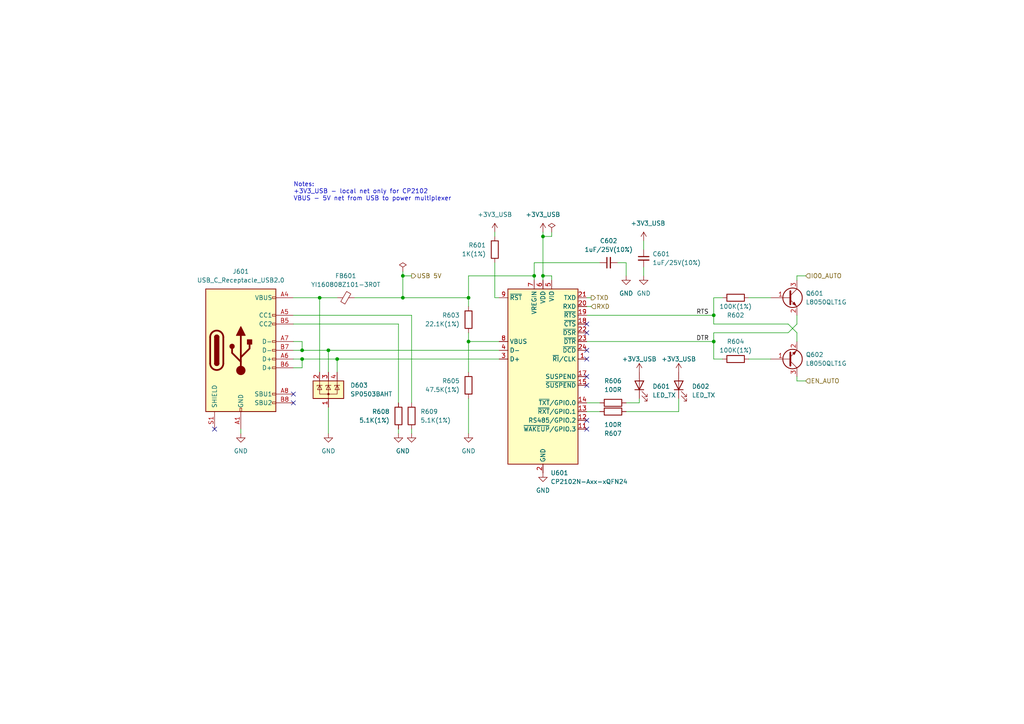
<source format=kicad_sch>
(kicad_sch (version 20230121) (generator eeschema)
  (paper "A4")
  (title_block (title "Radar Safety Sensor") (date "2023-12-20") (rev "Rev.: 1.0") (company "ALPS Electric Czech, s.r.o.") (comment 1 "Designed by Martin Tavoda"))
  (lib_symbols
    (symbol "Connector:USB_C_Receptacle_USB2.0" (pin_names (offset 1.016))
      (property "Reference" "J" (at -10.16 19.05 0))
      (property "Value" "USB_C_Receptacle_USB2.0" (at 19.05 19.05 0))
      (symbol "USB_C_Receptacle_USB2.0_0_0"
        (rectangle (start -0.254 -17.78) (end 0.254 -16.764))
        (rectangle (start 10.16 -14.986) (end 9.144 -15.494))
        (rectangle (start 10.16 -12.446) (end 9.144 -12.954))
        (rectangle (start 10.16 -4.826) (end 9.144 -5.334))
        (rectangle (start 10.16 -2.286) (end 9.144 -2.794))
        (rectangle (start 10.16 0.254) (end 9.144 -0.254))
        (rectangle (start 10.16 2.794) (end 9.144 2.286))
        (rectangle (start 10.16 7.874) (end 9.144 7.366))
        (rectangle (start 10.16 10.414) (end 9.144 9.906))
        (rectangle (start 10.16 15.494) (end 9.144 14.986))
      )
      (symbol "USB_C_Receptacle_USB2.0_0_1"
        (rectangle (start -10.16 17.78) (end 10.16 -17.78) (stroke (width 0.254)) (fill (type background)))
        (arc (start -8.89 -3.81) (mid -6.985 -5.7067) (end -5.08 -3.81) (stroke (width 0.508)))
        (arc (start -7.62 -3.81) (mid -6.985 -4.4423) (end -6.35 -3.81) (stroke (width 0.254)))
        (arc (start -7.62 -3.81) (mid -6.985 -4.4423) (end -6.35 -3.81) (stroke (width 0.254)) (fill (type outline)))
        (rectangle (start -7.62 -3.81) (end -6.35 3.81) (stroke (width 0.254)) (fill (type outline)))
        (arc (start -6.35 3.81) (mid -6.985 4.4423) (end -7.62 3.81) (stroke (width 0.254)))
        (arc (start -6.35 3.81) (mid -6.985 4.4423) (end -7.62 3.81) (stroke (width 0.254)) (fill (type outline)))
        (arc (start -5.08 3.81) (mid -6.985 5.7067) (end -8.89 3.81) (stroke (width 0.508)))
        (circle (center -2.54 1.143) (radius 0.635) (stroke (width 0.254)) (fill (type outline)))
        (circle (center 0 -5.842) (radius 1.27) (fill (type outline)))
        (polyline (pts (xy -8.89 -3.81) (xy -8.89 3.81)) (stroke (width 0.508)))
        (polyline (pts (xy -5.08 3.81) (xy -5.08 -3.81)) (stroke (width 0.508)))
        (polyline (pts (xy 0 -5.842) (xy 0 4.318)) (stroke (width 0.508)))
        (polyline (pts (xy 0 -3.302) (xy -2.54 -0.762) (xy -2.54 0.508)) (stroke (width 0.508)))
        (polyline (pts (xy 0 -2.032) (xy 2.54 0.508) (xy 2.54 1.778)) (stroke (width 0.508)))
        (polyline (pts (xy -1.27 4.318) (xy 0 6.858) (xy 1.27 4.318) (xy -1.27 4.318)) (stroke (width 0.254)) (fill (type outline)))
        (rectangle (start 1.905 1.778) (end 3.175 3.048) (stroke (width 0.254)) (fill (type outline)))
      )
      (symbol "USB_C_Receptacle_USB2.0_1_1"
        (pin passive line (at 0 -22.86 90) (length 5.08) (name "GND") (number "A1"))
        (pin passive line (at 0 -22.86 90) (length 5.08) hide (name "GND") (number "A12"))
        (pin passive line (at 15.24 15.24 180) (length 5.08) (name "VBUS") (number "A4"))
        (pin bidirectional line (at 15.24 10.16 180) (length 5.08) (name "CC1") (number "A5"))
        (pin bidirectional line (at 15.24 -2.54 180) (length 5.08) (name "D+") (number "A6"))
        (pin bidirectional line (at 15.24 2.54 180) (length 5.08) (name "D-") (number "A7"))
        (pin bidirectional line (at 15.24 -12.7 180) (length 5.08) (name "SBU1") (number "A8"))
        (pin passive line (at 15.24 15.24 180) (length 5.08) hide (name "VBUS") (number "A9"))
        (pin passive line (at 0 -22.86 90) (length 5.08) hide (name "GND") (number "B1"))
        (pin passive line (at 0 -22.86 90) (length 5.08) hide (name "GND") (number "B12"))
        (pin passive line (at 15.24 15.24 180) (length 5.08) hide (name "VBUS") (number "B4"))
        (pin bidirectional line (at 15.24 7.62 180) (length 5.08) (name "CC2") (number "B5"))
        (pin bidirectional line (at 15.24 -5.08 180) (length 5.08) (name "D+") (number "B6"))
        (pin bidirectional line (at 15.24 0 180) (length 5.08) (name "D-") (number "B7"))
        (pin bidirectional line (at 15.24 -15.24 180) (length 5.08) (name "SBU2") (number "B8"))
        (pin passive line (at 15.24 15.24 180) (length 5.08) hide (name "VBUS") (number "B9"))
        (pin passive line (at -7.62 -22.86 90) (length 5.08) (name "SHIELD") (number "S1"))
      )
    )
    (symbol "Device:C_Small" (pin_numbers hide) (pin_names (offset 0.254) hide)
      (property "Reference" "C" (at 0.254 1.778 0))
      (property "Value" "C_Small" (at 0.254 -2.032 0))
      (symbol "C_Small_0_1"
        (polyline (pts (xy -1.524 -0.508) (xy 1.524 -0.508)) (stroke (width 0.3302)))
        (polyline (pts (xy -1.524 0.508) (xy 1.524 0.508)) (stroke (width 0.3048)))
      )
      (symbol "C_Small_1_1"
        (pin passive line (at 0 2.54 270) (length 2.032) (name "~") (number "1"))
        (pin passive line (at 0 -2.54 90) (length 2.032) (name "~") (number "2"))
      )
    )
    (symbol "Device:FerriteBead_Small" (pin_numbers hide) (pin_names (offset 0))
      (property "Reference" "FB" (at 1.905 1.27 0))
      (property "Value" "FerriteBead_Small" (at 1.905 -1.27 0))
      (symbol "FerriteBead_Small_0_1"
        (polyline (pts (xy 0 -1.27) (xy 0 -0.7874)))
        (polyline (pts (xy 0 0.889) (xy 0 1.2954)))
        (polyline (pts (xy -1.8288 0.2794) (xy -1.1176 1.4986) (xy 1.8288 -0.2032) (xy 1.1176 -1.4224) (xy -1.8288 0.2794)))
      )
      (symbol "FerriteBead_Small_1_1"
        (pin passive line (at 0 2.54 270) (length 1.27) (name "~") (number "1"))
        (pin passive line (at 0 -2.54 90) (length 1.27) (name "~") (number "2"))
      )
    )
    (symbol "Device:LED" (pin_numbers hide) (pin_names (offset 1.016) hide)
      (property "Reference" "D" (at 0 2.54 0))
      (property "Value" "LED" (at 0 -2.54 0))
      (symbol "LED_0_1"
        (polyline (pts (xy -1.27 -1.27) (xy -1.27 1.27)) (stroke (width 0.254)))
        (polyline (pts (xy -1.27 0) (xy 1.27 0)))
        (polyline (pts (xy 1.27 -1.27) (xy 1.27 1.27) (xy -1.27 0) (xy 1.27 -1.27)) (stroke (width 0.254)))
        (polyline (pts (xy -3.048 -0.762) (xy -4.572 -2.286) (xy -3.81 -2.286) (xy -4.572 -2.286) (xy -4.572 -1.524)))
        (polyline (pts (xy -1.778 -0.762) (xy -3.302 -2.286) (xy -2.54 -2.286) (xy -3.302 -2.286) (xy -3.302 -1.524)))
      )
      (symbol "LED_1_1"
        (pin passive line (at -3.81 0 0) (length 2.54) (name "K") (number "1"))
        (pin passive line (at 3.81 0 180) (length 2.54) (name "A") (number "2"))
      )
    )
    (symbol "Device:R" (pin_numbers hide) (pin_names (offset 0))
      (property "Reference" "R" (at 2.032 0 90))
      (property "Value" "R" (at 0 0 90))
      (symbol "R_0_1"
        (rectangle (start -1.016 -2.54) (end 1.016 2.54) (stroke (width 0.254)))
      )
      (symbol "R_1_1"
        (pin passive line (at 0 3.81 270) (length 1.27) (name "~") (number "1"))
        (pin passive line (at 0 -3.81 90) (length 1.27) (name "~") (number "2"))
      )
    )
    (symbol "Interface_USB:CP2102N-Axx-xQFN24"
      (property "Reference" "U" (at -8.89 26.67 0))
      (property "Value" "CP2102N-Axx-xQFN24" (at 13.97 26.67 0))
      (symbol "CP2102N-Axx-xQFN24_0_1"
        (rectangle (start -10.16 25.4) (end 10.16 -25.4) (stroke (width 0.254)) (fill (type background)))
      )
      (symbol "CP2102N-Axx-xQFN24_1_1"
        (pin bidirectional line (at 12.7 5.08 180) (length 2.54) (name "~{RI}/CLK") (number "1"))
        (pin no_connect line (at -10.16 -22.86 0) (length 2.54) hide (name "NC") (number "10"))
        (pin bidirectional line (at 12.7 -15.24 180) (length 2.54) (name "~{WAKEUP}/GPIO.3") (number "11"))
        (pin bidirectional line (at 12.7 -12.7 180) (length 2.54) (name "RS485/GPIO.2") (number "12"))
        (pin bidirectional line (at 12.7 -10.16 180) (length 2.54) (name "~{RXT}/GPIO.1") (number "13"))
        (pin bidirectional line (at 12.7 -7.62 180) (length 2.54) (name "~{TXT}/GPIO.0") (number "14"))
        (pin output line (at 12.7 -2.54 180) (length 2.54) (name "~{SUSPEND}") (number "15"))
        (pin no_connect line (at 10.16 -22.86 180) (length 2.54) hide (name "NC") (number "16"))
        (pin output line (at 12.7 0 180) (length 2.54) (name "SUSPEND") (number "17"))
        (pin input line (at 12.7 15.24 180) (length 2.54) (name "~{CTS}") (number "18"))
        (pin output line (at 12.7 17.78 180) (length 2.54) (name "~{RTS}") (number "19"))
        (pin power_in line (at 0 -27.94 90) (length 2.54) (name "GND") (number "2"))
        (pin input line (at 12.7 20.32 180) (length 2.54) (name "RXD") (number "20"))
        (pin output line (at 12.7 22.86 180) (length 2.54) (name "TXD") (number "21"))
        (pin input line (at 12.7 12.7 180) (length 2.54) (name "~{DSR}") (number "22"))
        (pin output line (at 12.7 10.16 180) (length 2.54) (name "~{DTR}") (number "23"))
        (pin input line (at 12.7 7.62 180) (length 2.54) (name "~{DCD}") (number "24"))
        (pin passive line (at 0 -27.94 90) (length 2.54) hide (name "GND") (number "25"))
        (pin bidirectional line (at -12.7 5.08 0) (length 2.54) (name "D+") (number "3"))
        (pin bidirectional line (at -12.7 7.62 0) (length 2.54) (name "D-") (number "4"))
        (pin power_in line (at 2.54 27.94 270) (length 2.54) (name "VIO") (number "5"))
        (pin power_in line (at 0 27.94 270) (length 2.54) (name "VDD") (number "6"))
        (pin power_in line (at -2.54 27.94 270) (length 2.54) (name "VREGIN") (number "7"))
        (pin input line (at -12.7 10.16 0) (length 2.54) (name "VBUS") (number "8"))
        (pin input line (at -12.7 22.86 0) (length 2.54) (name "~{RST}") (number "9"))
      )
    )
    (symbol "Power_Protection:SP0503BAHT" (pin_names hide)
      (property "Reference" "D" (at 5.715 2.54 0))
      (property "Value" "SP0503BAHT" (at 5.715 0.635 0))
      (symbol "SP0503BAHT_0_0"
        (pin passive line (at 0 -5.08 90) (length 2.54) (name "A") (number "1"))
      )
      (symbol "SP0503BAHT_0_1"
        (rectangle (start -4.445 2.54) (end 4.445 -2.54) (stroke (width 0.254)) (fill (type background)))
        (circle (center 0 -1.27) (radius 0.254) (fill (type outline)))
        (polyline (pts (xy -2.54 2.54) (xy -2.54 1.27)))
        (polyline (pts (xy 0 -1.27) (xy 0 -2.54)))
        (polyline (pts (xy 0 -1.27) (xy 0 1.27)))
        (polyline (pts (xy 0 2.54) (xy 0 1.27)))
        (polyline (pts (xy 0.635 1.27) (xy 0.762 1.27)))
        (polyline (pts (xy 2.54 2.54) (xy 2.54 1.27)))
        (polyline (pts (xy 0.635 1.27) (xy -0.762 1.27) (xy -0.762 1.016)))
        (polyline (pts (xy -3.302 1.016) (xy -3.302 1.27) (xy -1.905 1.27) (xy -1.778 1.27)))
        (polyline (pts (xy -2.54 1.27) (xy -2.54 -1.27) (xy 2.54 -1.27) (xy 2.54 1.27)))
        (polyline (pts (xy -2.54 1.27) (xy -1.905 0) (xy -3.175 0) (xy -2.54 1.27)))
        (polyline (pts (xy 0.635 0) (xy -0.635 0) (xy 0 1.27) (xy 0.635 0)))
        (polyline (pts (xy 1.778 1.016) (xy 1.778 1.27) (xy 3.175 1.27) (xy 3.302 1.27)))
        (polyline (pts (xy 2.54 1.27) (xy 1.905 0) (xy 3.175 0) (xy 2.54 1.27)))
      )
      (symbol "SP0503BAHT_1_1"
        (pin passive line (at -2.54 5.08 270) (length 2.54) (name "K") (number "2"))
        (pin passive line (at 0 5.08 270) (length 2.54) (name "K") (number "3"))
        (pin passive line (at 2.54 5.08 270) (length 2.54) (name "K") (number "4"))
      )
    )
    (symbol "Transistor_BJT:BC817" (pin_names (offset 0) hide)
      (property "Reference" "Q" (at 5.08 1.905 0))
      (property "Value" "BC817" (at 5.08 0 0))
      (symbol "BC817_0_1"
        (polyline (pts (xy 0.635 0.635) (xy 2.54 2.54)))
        (polyline (pts (xy 0.635 -0.635) (xy 2.54 -2.54) (xy 2.54 -2.54)))
        (polyline (pts (xy 0.635 1.905) (xy 0.635 -1.905) (xy 0.635 -1.905)) (stroke (width 0.508)))
        (polyline (pts (xy 1.27 -1.778) (xy 1.778 -1.27) (xy 2.286 -2.286) (xy 1.27 -1.778) (xy 1.27 -1.778)) (fill (type outline)))
        (circle (center 1.27 0) (radius 2.8194) (stroke (width 0.254)))
      )
      (symbol "BC817_1_1"
        (pin input line (at -5.08 0 0) (length 5.715) (name "B") (number "1"))
        (pin passive line (at 2.54 -5.08 90) (length 2.54) (name "E") (number "2"))
        (pin passive line (at 2.54 5.08 270) (length 2.54) (name "C") (number "3"))
      )
    )
    (symbol "power:+3V3_USB" (power) (pin_names (offset 0))
      (property "Value" "+3V3_USB" (at 0 5.08 0))
      (symbol "+3V3_USB_0_1"
        (polyline (pts (xy -0.762 1.27) (xy 0 2.54)))
        (polyline (pts (xy 0 0) (xy 0 2.54)))
        (polyline (pts (xy 0 2.54) (xy 0.762 1.27)))
      )
      (symbol "+3V3_USB_1_1"
        (pin power_in line (at 0 0 90) (length 0) hide (name "+3V3_USB") (number "1"))
      )
    )
    (symbol "power:GND" (power) (pin_names (offset 0))
      (property "Value" "GND" (at 0 -3.81 0))
      (symbol "GND_0_1"
        (polyline (pts (xy 0 0) (xy 0 -1.27) (xy 1.27 -1.27) (xy 0 -2.54) (xy -1.27 -1.27) (xy 0 -1.27)))
      )
      (symbol "GND_1_1"
        (pin power_in line (at 0 0 270) (length 0) hide (name "GND") (number "1"))
      )
    )
    (symbol "power:PWR_FLAG" (power) (pin_numbers hide) (pin_names (offset 0) hide)
      (property "Value" "PWR_FLAG" (at 0 3.81 0))
      (symbol "PWR_FLAG_0_0"
        (pin power_out line (at 0 0 90) (length 0) (name "pwr") (number "1"))
      )
      (symbol "PWR_FLAG_0_1"
        (polyline (pts (xy 0 0) (xy 0 1.27) (xy -1.016 1.905) (xy 0 2.54) (xy 1.016 1.905) (xy 0 1.27)))
      )
    )
  )
  (junction (at 154.94 80.01))
  (junction (at 92.71 86.36))
  (junction (at 116.84 80.01))
  (junction (at 135.89 99.06))
  (junction (at 157.48 80.01))
  (junction (at 95.25 101.6))
  (junction (at 207.01 91.44))
  (junction (at 87.63 101.6))
  (junction (at 87.63 104.14))
  (junction (at 97.79 104.14))
  (junction (at 116.84 86.36))
  (junction (at 135.89 86.36))
  (junction (at 207.01 99.06))
  (junction (at 157.48 68.58))
  (no_connect (at 170.18 121.92))
  (no_connect (at 170.18 104.14))
  (no_connect (at 170.18 111.76))
  (no_connect (at 170.18 101.6))
  (no_connect (at 170.18 109.22))
  (no_connect (at 170.18 96.52))
  (no_connect (at 170.18 93.98))
  (no_connect (at 62.23 124.46))
  (no_connect (at 85.09 116.84))
  (no_connect (at 170.18 124.46))
  (no_connect (at 85.09 114.3))
  (wire (pts (xy 97.79 104.14) (xy 97.79 107.95)))
  (wire (pts (xy 217.17 104.14) (xy 223.52 104.14)))
  (wire (pts (xy 87.63 101.6) (xy 95.25 101.6)))
  (wire (pts (xy 92.71 86.36) (xy 92.71 107.95)))
  (wire (pts (xy 143.51 76.2) (xy 143.51 86.36)))
  (wire (pts (xy 95.25 101.6) (xy 144.78 101.6)))
  (wire (pts (xy 119.38 125.73) (xy 119.38 124.46)))
  (wire (pts (xy 85.09 99.06) (xy 87.63 99.06)))
  (wire (pts (xy 85.09 101.6) (xy 87.63 101.6)))
  (wire (pts (xy 85.09 86.36) (xy 92.71 86.36)))
  (wire (pts (xy 231.14 109.22) (xy 231.14 110.49)))
  (wire (pts (xy 95.25 118.11) (xy 95.25 125.73)))
  (wire (pts (xy 157.48 68.58) (xy 157.48 80.01)))
  (wire (pts (xy 217.17 86.36) (xy 223.52 86.36)))
  (wire (pts (xy 228.6 93.98) (xy 231.14 96.52)))
  (wire (pts (xy 115.57 125.73) (xy 115.57 124.46)))
  (wire (pts (xy 170.18 91.44) (xy 207.01 91.44)))
  (wire (pts (xy 115.57 93.98) (xy 115.57 116.84)))
  (wire (pts (xy 154.94 76.2) (xy 154.94 80.01)))
  (wire (pts (xy 160.02 81.28) (xy 160.02 80.01)))
  (wire (pts (xy 171.45 86.36) (xy 170.18 86.36)))
  (wire (pts (xy 85.09 91.44) (xy 119.38 91.44)))
  (wire (pts (xy 186.69 77.47) (xy 186.69 80.01)))
  (wire (pts (xy 154.94 80.01) (xy 154.94 81.28)))
  (wire (pts (xy 85.09 93.98) (xy 115.57 93.98)))
  (wire (pts (xy 181.61 119.38) (xy 196.85 119.38)))
  (wire (pts (xy 154.94 76.2) (xy 173.99 76.2)))
  (wire (pts (xy 186.69 69.85) (xy 186.69 72.39)))
  (wire (pts (xy 135.89 80.01) (xy 135.89 86.36)))
  (wire (pts (xy 143.51 67.31) (xy 143.51 68.58)))
  (wire (pts (xy 97.79 104.14) (xy 144.78 104.14)))
  (wire (pts (xy 92.71 86.36) (xy 97.79 86.36)))
  (wire (pts (xy 231.14 80.01) (xy 233.68 80.01)))
  (wire (pts (xy 170.18 119.38) (xy 173.99 119.38)))
  (wire (pts (xy 116.84 86.36) (xy 135.89 86.36)))
  (wire (pts (xy 85.09 106.68) (xy 87.63 106.68)))
  (wire (pts (xy 231.14 110.49) (xy 233.68 110.49)))
  (wire (pts (xy 170.18 99.06) (xy 207.01 99.06)))
  (wire (pts (xy 231.14 93.98) (xy 231.14 91.44)))
  (wire (pts (xy 102.87 86.36) (xy 116.84 86.36)))
  (wire (pts (xy 231.14 81.28) (xy 231.14 80.01)))
  (wire (pts (xy 160.02 67.31) (xy 160.02 68.58)))
  (wire (pts (xy 143.51 86.36) (xy 144.78 86.36)))
  (wire (pts (xy 207.01 104.14) (xy 207.01 99.06)))
  (wire (pts (xy 207.01 99.06) (xy 207.01 96.52)))
  (wire (pts (xy 119.38 91.44) (xy 119.38 116.84)))
  (wire (pts (xy 116.84 78.74) (xy 116.84 80.01)))
  (wire (pts (xy 179.07 76.2) (xy 181.61 76.2)))
  (wire (pts (xy 207.01 93.98) (xy 228.6 93.98)))
  (wire (pts (xy 69.85 124.46) (xy 69.85 125.73)))
  (wire (pts (xy 87.63 99.06) (xy 87.63 101.6)))
  (wire (pts (xy 144.78 99.06) (xy 135.89 99.06)))
  (wire (pts (xy 196.85 115.57) (xy 196.85 119.38)))
  (wire (pts (xy 207.01 96.52) (xy 228.6 96.52)))
  (wire (pts (xy 181.61 116.84) (xy 185.42 116.84)))
  (wire (pts (xy 157.48 80.01) (xy 160.02 80.01)))
  (wire (pts (xy 207.01 86.36) (xy 209.55 86.36)))
  (wire (pts (xy 85.09 104.14) (xy 87.63 104.14)))
  (wire (pts (xy 181.61 76.2) (xy 181.61 80.01)))
  (wire (pts (xy 185.42 115.57) (xy 185.42 116.84)))
  (wire (pts (xy 95.25 101.6) (xy 95.25 107.95)))
  (wire (pts (xy 116.84 80.01) (xy 116.84 86.36)))
  (wire (pts (xy 135.89 99.06) (xy 135.89 96.52)))
  (wire (pts (xy 135.89 88.9) (xy 135.89 86.36)))
  (wire (pts (xy 231.14 93.98) (xy 228.6 96.52)))
  (wire (pts (xy 135.89 115.57) (xy 135.89 125.73)))
  (wire (pts (xy 231.14 99.06) (xy 231.14 96.52)))
  (wire (pts (xy 135.89 99.06) (xy 135.89 107.95)))
  (wire (pts (xy 157.48 67.31) (xy 157.48 68.58)))
  (wire (pts (xy 171.45 88.9) (xy 170.18 88.9)))
  (wire (pts (xy 207.01 91.44) (xy 207.01 86.36)))
  (wire (pts (xy 157.48 68.58) (xy 160.02 68.58)))
  (wire (pts (xy 119.38 80.01) (xy 116.84 80.01)))
  (wire (pts (xy 207.01 93.98) (xy 207.01 91.44)))
  (wire (pts (xy 207.01 104.14) (xy 209.55 104.14)))
  (wire (pts (xy 135.89 80.01) (xy 154.94 80.01)))
  (wire (pts (xy 157.48 80.01) (xy 157.48 81.28)))
  (wire (pts (xy 170.18 116.84) (xy 173.99 116.84)))
  (wire (pts (xy 87.63 104.14) (xy 87.63 106.68)))
  (wire (pts (xy 87.63 104.14) (xy 97.79 104.14)))
  (text "Notes:\n+3V3_USB - local net only for CP2102\nVBUS - 5V net from USB to power multiplexer" (at 85.09 58.42 0) (effects (font (size 1.27 1.27)) (justify left bottom)))
  (label "RTS" (at 201.93 91.44 0))
  (label "DTR" (at 201.93 99.06 0))
  (hierarchical_label "IO0_AUTO" (shape input) (at 233.68 80.01 0))
  (hierarchical_label "RXD" (shape input) (at 171.45 88.9 0))
  (hierarchical_label "USB 5V" (shape output) (at 119.38 80.01 0))
  (hierarchical_label "EN_AUTO" (shape input) (at 233.68 110.49 0))
  (hierarchical_label "TXD" (shape output) (at 171.45 86.36 0))
  (symbol (lib_id "power:GND") (at 135.89 125.73 0) (unit 1)
    (property "Reference" "#PWR0612" (effects hide))
    (property "Value" "GND" (at 135.89 130.81 0))
  )
  (symbol (lib_id "Device:R") (at 135.89 111.76 0) (mirror y) (unit 1)
    (property "Reference" "R605" (at 133.35 110.49 0) (effects (justify left)))
    (property "Value" "47.5K(1%)" (at 133.35 113.03 0) (effects (justify left)))
    (property "Footprint" "Resistor_SMD:R_0603_1608Metric" (effects hide))
    (property "LCSC" "C23061" (effects hide))
  )
  (symbol (lib_id "Device:R") (at 177.8 119.38 90) (unit 1)
    (property "Reference" "R607" (at 177.8 125.73 90))
    (property "Value" "100R" (at 177.8 123.19 90))
    (property "Footprint" "Resistor_SMD:R_0603_1608Metric" (effects hide))
    (property "LCSC" "C22775" (effects hide))
  )
  (symbol (lib_id "Device:R") (at 119.38 120.65 0) (unit 1)
    (property "Reference" "R609" (at 121.92 119.38 0) (effects (justify left)))
    (property "Value" "5.1K(1%)" (at 121.92 121.92 0) (effects (justify left)))
    (property "Footprint" "Resistor_SMD:R_0603_1608Metric" (effects hide))
    (property "LCSC" "C23186" (effects hide))
  )
  (symbol (lib_id "Device:R") (at 143.51 72.39 0) (mirror y) (unit 1)
    (property "Reference" "R601" (at 140.97 71.12 0) (effects (justify left)))
    (property "Value" "1K(1%)" (at 140.97 73.66 0) (effects (justify left)))
    (property "Footprint" "Resistor_SMD:R_0603_1608Metric" (effects hide))
    (property "LCSC" "C21190" (effects hide))
  )
  (symbol (lib_id "Device:R") (at 213.36 86.36 90) (unit 1)
    (property "Reference" "R602" (at 213.36 91.44 90))
    (property "Value" "100K(1%)" (at 213.36 88.9 90))
    (property "Footprint" "Resistor_SMD:R_0603_1608Metric" (effects hide))
    (property "LCSC" "C25803" (effects hide))
  )
  (symbol (lib_id "power:GND") (at 69.85 125.73 0) (unit 1)
    (property "Reference" "#PWR0608" (effects hide))
    (property "Value" "GND" (at 69.85 130.81 0))
  )
  (symbol (lib_id "Device:R") (at 213.36 104.14 90) (mirror x) (unit 1)
    (property "Reference" "R604" (at 213.36 99.06 90))
    (property "Value" "100K(1%)" (at 213.36 101.6 90))
    (property "Footprint" "Resistor_SMD:R_0603_1608Metric" (effects hide))
    (property "LCSC" "C25803" (effects hide))
  )
  (symbol (lib_id "power:+3V3_USB") (at 143.51 67.31 0) (unit 1)
    (property "Reference" "#PWR0601" (effects hide))
    (property "Value" "+3V3_USB" (at 143.51 62.23 0))
  )
  (symbol (lib_id "Interface_USB:CP2102N-Axx-xQFN24") (at 157.48 109.22 0) (unit 1)
    (property "Reference" "U601" (at 159.6741 137.16 0) (effects (justify left)))
    (property "Value" "CP2102N-Axx-xQFN24" (at 159.6741 139.7 0) (effects (justify left)))
    (property "Footprint" "Package_DFN_QFN:QFN-24-1EP_4x4mm_P0.5mm_EP2.6x2.6mm" (effects hide))
    (property "Datasheet" "https://www.silabs.com/documents/public/data-sheets/cp2102n-datasheet.pdf" (effects hide))
    (property "LCSC" "C964632" (effects hide))
  )
  (symbol (lib_id "Transistor_BJT:BC817") (at 228.6 86.36 0) (unit 1)
    (property "Reference" "Q601" (at 233.68 85.09 0) (effects (justify left)))
    (property "Value" "L8050QLT1G" (at 233.68 87.63 0) (effects (justify left)))
    (property "Footprint" "Package_TO_SOT_SMD:SOT-23" (effects hide))
    (property "Datasheet" "https://datasheet.lcsc.com/lcsc/1809051326_LRC-L8050QLT1G_C49581.pdf" (effects hide))
    (property "LCSC" "C49581" (effects hide))
  )
  (symbol (lib_id "power:GND") (at 119.38 125.73 0) (unit 1)
    (property "Reference" "#PWR0611" (effects hide))
    (property "Value" "GND" (effects hide))
  )
  (symbol (lib_id "power:+3V3_USB") (at 196.85 107.95 0) (unit 1)
    (property "Reference" "#PWR0607" (effects hide))
    (property "Value" "+3V3_USB" (at 196.85 104.14 0))
  )
  (symbol (lib_id "Device:LED") (at 185.42 111.76 90) (unit 1)
    (property "Reference" "D601" (at 189.23 112.0775 90) (effects (justify right)))
    (property "Value" "LED_TX" (at 189.23 114.6175 90) (effects (justify right)))
    (property "Footprint" "LED_SMD:LED_0603_1608Metric" (effects hide))
    (property "Datasheet" "https://datasheet.lcsc.com/lcsc/2206061716_MEIHUA-MHT192WDT-C12_C3028830.pdf" (effects hide))
    (property "LCSC" "C3028830" (effects hide))
  )
  (symbol (lib_id "power:GND") (at 115.57 125.73 0) (unit 1)
    (property "Reference" "#PWR0610" (effects hide))
    (property "Value" "GND" (at 116.84 130.81 0))
  )
  (symbol (lib_id "Transistor_BJT:BC817") (at 228.6 104.14 0) (mirror x) (unit 1)
    (property "Reference" "Q602" (at 233.68 102.87 0) (effects (justify left)))
    (property "Value" "L8050QLT1G" (at 233.68 105.41 0) (effects (justify left)))
    (property "Footprint" "Package_TO_SOT_SMD:SOT-23" (effects hide))
    (property "Datasheet" "https://datasheet.lcsc.com/lcsc/1809051326_LRC-L8050QLT1G_C49581.pdf" (effects hide))
    (property "LCSC" "C49581" (effects hide))
  )
  (symbol (lib_id "Device:C_Small") (at 186.69 74.93 0) (unit 1)
    (property "Reference" "C601" (at 189.23 73.6663 0) (effects (justify left)))
    (property "Value" "1uF/25V(10%)" (at 189.23 76.2063 0) (effects (justify left)))
    (property "Footprint" "Capacitor_SMD:C_0402_1005Metric" (effects hide))
    (property "LCSC" "C52923" (effects hide))
  )
  (symbol (lib_id "power:+3V3_USB") (at 157.48 67.31 0) (unit 1)
    (property "Reference" "#PWR0602" (effects hide))
    (property "Value" "+3V3_USB" (at 157.48 62.23 0))
  )
  (symbol (lib_id "power:PWR_FLAG") (at 160.02 67.31 0) (unit 1)
    (property "Reference" "#FLG0601" (effects hide))
    (property "Value" "PWR_FLAG" (effects hide))
  )
  (symbol (lib_id "Device:R") (at 177.8 116.84 90) (mirror x) (unit 1)
    (property "Reference" "R606" (at 177.8 110.49 90))
    (property "Value" "100R" (at 177.8 113.03 90))
    (property "Footprint" "Resistor_SMD:R_0603_1608Metric" (effects hide))
    (property "LCSC" "C22775" (effects hide))
  )
  (symbol (lib_id "power:GND") (at 181.61 80.01 0) (mirror y) (unit 1)
    (property "Reference" "#PWR0604" (effects hide))
    (property "Value" "GND" (at 181.61 85.09 0))
  )
  (symbol (lib_id "power:GND") (at 95.25 125.73 0) (unit 1)
    (property "Reference" "#PWR0609" (effects hide))
    (property "Value" "GND" (at 95.25 130.81 0))
  )
  (symbol (lib_id "power:+3V3_USB") (at 186.69 69.85 0) (unit 1)
    (property "Reference" "#PWR0603" (effects hide))
    (property "Value" "+3V3_USB" (at 187.96 64.77 0))
  )
  (symbol (lib_id "Power_Protection:SP0503BAHT") (at 95.25 113.03 0) (unit 1)
    (property "Reference" "D603" (at 101.6 111.76 0) (effects (justify left)))
    (property "Value" "SP0503BAHT" (at 101.6 114.3 0) (effects (justify left)))
    (property "Footprint" "Package_TO_SOT_SMD:SOT-143" (effects hide))
    (property "Datasheet" "https://datasheet.lcsc.com/lcsc/2108132030_TECH-PUBLIC-TPSP0503BAHTG_C2682275.pdf" (effects hide))
    (property "LCSC" "C2682275" (effects hide))
  )
  (symbol (lib_id "power:GND") (at 186.69 80.01 0) (mirror y) (unit 1)
    (property "Reference" "#PWR0605" (effects hide))
    (property "Value" "GND" (at 186.69 85.09 0))
  )
  (symbol (lib_id "Device:C_Small") (at 176.53 76.2 90) (mirror x) (unit 1)
    (property "Reference" "C602" (at 176.5363 69.85 90))
    (property "Value" "1uF/25V(10%)" (at 176.5363 72.39 90))
    (property "Footprint" "Capacitor_SMD:C_0402_1005Metric" (effects hide))
    (property "LCSC" "C52923" (effects hide))
  )
  (symbol (lib_id "power:GND") (at 157.48 137.16 0) (unit 1)
    (property "Reference" "#PWR0613" (effects hide))
    (property "Value" "GND" (at 157.48 142.24 0))
  )
  (symbol (lib_id "power:+3V3_USB") (at 185.42 107.95 0) (unit 1)
    (property "Reference" "#PWR0606" (effects hide))
    (property "Value" "+3V3_USB" (at 185.42 104.14 0))
  )
  (symbol (lib_id "Device:FerriteBead_Small") (at 100.33 86.36 90) (unit 1)
    (property "Reference" "FB601" (at 100.2919 80.01 90))
    (property "Value" "YI160808Z101-3R0T" (at 100.2919 82.55 90))
    (property "Footprint" "Resistor_SMD:R_0603_1608Metric" (effects hide))
    (property "LCSC" "C3011210" (effects hide))
  )
  (symbol (lib_id "Connector:USB_C_Receptacle_USB2.0") (at 69.85 101.6 0) (unit 1)
    (property "Reference" "J601" (at 69.85 78.74 0))
    (property "Value" "USB_C_Receptacle_USB2.0" (at 69.85 81.28 0))
    (property "Footprint" "Connector_USB:TYPE-C-SMD_YIYUAN_YTC-TC16-273A1" (effects hide))
    (property "Datasheet" "https://datasheet.lcsc.com/lcsc/2211151030_YIYUAN-YTC-TC16-273A1_C5260486.pdf" (effects hide))
    (property "LCSC" "C5260486" (effects hide))
  )
  (symbol (lib_id "power:PWR_FLAG") (at 116.84 78.74 0) (unit 1)
    (property "Reference" "#FLG0602" (effects hide))
    (property "Value" "PWR_FLAG" (effects hide))
  )
  (symbol (lib_id "Device:R") (at 115.57 120.65 0) (mirror y) (unit 1)
    (property "Reference" "R608" (at 113.03 119.38 0) (effects (justify left)))
    (property "Value" "5.1K(1%)" (at 113.03 121.92 0) (effects (justify left)))
    (property "Footprint" "Resistor_SMD:R_0603_1608Metric" (effects hide))
    (property "LCSC" "C23186" (effects hide))
  )
  (symbol (lib_id "Device:R") (at 135.89 92.71 0) (mirror y) (unit 1)
    (property "Reference" "R603" (at 133.35 91.44 0) (effects (justify left)))
    (property "Value" "22.1K(1%)" (at 133.35 93.98 0) (effects (justify left)))
    (property "Footprint" "Resistor_SMD:R_0603_1608Metric" (effects hide))
    (property "LCSC" "C25961" (effects hide))
  )
  (symbol (lib_id "Device:LED") (at 196.85 111.76 90) (unit 1)
    (property "Reference" "D602" (at 200.66 112.0775 90) (effects (justify right)))
    (property "Value" "LED_TX" (at 200.66 114.6175 90) (effects (justify right)))
    (property "Footprint" "LED_SMD:LED_0603_1608Metric" (effects hide))
    (property "Datasheet" "https://datasheet.lcsc.com/lcsc/2206061716_MEIHUA-MHT192WDT-C12_C3028830.pdf" (effects hide))
    (property "LCSC" "C3028830" (effects hide))
  )
)
</source>
